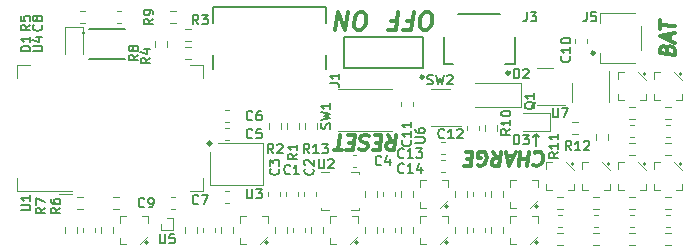
<source format=gto>
%TF.GenerationSoftware,KiCad,Pcbnew,(5.1.10-1-10_14)*%
%TF.CreationDate,2022-01-16T17:40:32-08:00*%
%TF.ProjectId,umbelt-board,756d6265-6c74-42d6-926f-6172642e6b69,1.0.1*%
%TF.SameCoordinates,Original*%
%TF.FileFunction,Legend,Top*%
%TF.FilePolarity,Positive*%
%FSLAX46Y46*%
G04 Gerber Fmt 4.6, Leading zero omitted, Abs format (unit mm)*
G04 Created by KiCad (PCBNEW (5.1.10-1-10_14)) date 2022-01-16 17:40:32*
%MOMM*%
%LPD*%
G01*
G04 APERTURE LIST*
%ADD10C,0.304800*%
%ADD11C,0.203200*%
%ADD12C,0.300000*%
%ADD13C,0.200000*%
%ADD14C,0.120000*%
%ADD15C,0.127000*%
%ADD16C,0.100000*%
%ADD17C,0.152400*%
G04 APERTURE END LIST*
D10*
X182030914Y-110171865D02*
X182088971Y-110004950D01*
X182147028Y-109954150D01*
X182263142Y-109910607D01*
X182437314Y-109932379D01*
X182553428Y-110004950D01*
X182611485Y-110070265D01*
X182669542Y-110193636D01*
X182669542Y-110658093D01*
X181450342Y-110505693D01*
X181450342Y-110099293D01*
X181508400Y-109990436D01*
X181566457Y-109939636D01*
X181682571Y-109896093D01*
X181798685Y-109910607D01*
X181914800Y-109983179D01*
X181972857Y-110048493D01*
X182030914Y-110171865D01*
X182030914Y-110578265D01*
X182321200Y-109453407D02*
X182321200Y-108872836D01*
X182669542Y-109613065D02*
X181450342Y-109054265D01*
X182669542Y-108800265D01*
X181450342Y-108415636D02*
X181450342Y-107718950D01*
X182669542Y-108219693D02*
X181450342Y-108067293D01*
D11*
X170942000Y-117348000D02*
X171196000Y-117602000D01*
X170942000Y-117348000D02*
X170688000Y-117602000D01*
X170942000Y-118364000D02*
X170942000Y-117348000D01*
D10*
X170819807Y-118944571D02*
X170885122Y-118886514D01*
X171066550Y-118828457D01*
X171182665Y-118828457D01*
X171349579Y-118886514D01*
X171451179Y-119002628D01*
X171494722Y-119118742D01*
X171523750Y-119350971D01*
X171501979Y-119525142D01*
X171414893Y-119757371D01*
X171342322Y-119873485D01*
X171211693Y-119989600D01*
X171030265Y-120047657D01*
X170914150Y-120047657D01*
X170747236Y-119989600D01*
X170696436Y-119931542D01*
X170311807Y-118828457D02*
X170159407Y-120047657D01*
X170231979Y-119467085D02*
X169535293Y-119467085D01*
X169615122Y-118828457D02*
X169462722Y-120047657D01*
X169049065Y-119176800D02*
X168468493Y-119176800D01*
X169208722Y-118828457D02*
X168649922Y-120047657D01*
X168395922Y-118828457D01*
X167292836Y-118828457D02*
X167626665Y-119409028D01*
X167989522Y-118828457D02*
X167837122Y-120047657D01*
X167372665Y-120047657D01*
X167263807Y-119989600D01*
X167213007Y-119931542D01*
X167169465Y-119815428D01*
X167191236Y-119641257D01*
X167263807Y-119525142D01*
X167329122Y-119467085D01*
X167452493Y-119409028D01*
X167916950Y-119409028D01*
X165986550Y-119989600D02*
X166095407Y-120047657D01*
X166269579Y-120047657D01*
X166451007Y-119989600D01*
X166581636Y-119873485D01*
X166654207Y-119757371D01*
X166741293Y-119525142D01*
X166763065Y-119350971D01*
X166734036Y-119118742D01*
X166690493Y-119002628D01*
X166588893Y-118886514D01*
X166421979Y-118828457D01*
X166305865Y-118828457D01*
X166124436Y-118886514D01*
X166059122Y-118944571D01*
X166008322Y-119350971D01*
X166240550Y-119350971D01*
X165471293Y-119467085D02*
X165064893Y-119467085D01*
X164970550Y-118828457D02*
X165551122Y-118828457D01*
X165398722Y-120047657D01*
X164818150Y-120047657D01*
X158366550Y-117431457D02*
X158700379Y-118012028D01*
X159063236Y-117431457D02*
X158910836Y-118650657D01*
X158446379Y-118650657D01*
X158337522Y-118592600D01*
X158286722Y-118534542D01*
X158243179Y-118418428D01*
X158264950Y-118244257D01*
X158337522Y-118128142D01*
X158402836Y-118070085D01*
X158526207Y-118012028D01*
X158990665Y-118012028D01*
X157764207Y-118070085D02*
X157357807Y-118070085D01*
X157263465Y-117431457D02*
X157844036Y-117431457D01*
X157691636Y-118650657D01*
X157111065Y-118650657D01*
X156791750Y-117489514D02*
X156624836Y-117431457D01*
X156334550Y-117431457D01*
X156211179Y-117489514D01*
X156145865Y-117547571D01*
X156073293Y-117663685D01*
X156058779Y-117779800D01*
X156102322Y-117895914D01*
X156153122Y-117953971D01*
X156261979Y-118012028D01*
X156486950Y-118070085D01*
X156595807Y-118128142D01*
X156646607Y-118186200D01*
X156690150Y-118302314D01*
X156675636Y-118418428D01*
X156603065Y-118534542D01*
X156537750Y-118592600D01*
X156414379Y-118650657D01*
X156124093Y-118650657D01*
X155957179Y-118592600D01*
X155499979Y-118070085D02*
X155093579Y-118070085D01*
X154999236Y-117431457D02*
X155579807Y-117431457D01*
X155427407Y-118650657D01*
X154846836Y-118650657D01*
X154498493Y-118650657D02*
X153801807Y-118650657D01*
X154302550Y-117431457D02*
X154150150Y-118650657D01*
D12*
X156091142Y-108517428D02*
X155805428Y-108517428D01*
X155671500Y-108446000D01*
X155546500Y-108303142D01*
X155510785Y-108017428D01*
X155573285Y-107517428D01*
X155680428Y-107231714D01*
X155841142Y-107088857D01*
X155992928Y-107017428D01*
X156278642Y-107017428D01*
X156412571Y-107088857D01*
X156537571Y-107231714D01*
X156573285Y-107517428D01*
X156510785Y-108017428D01*
X156403642Y-108303142D01*
X156242928Y-108446000D01*
X156091142Y-108517428D01*
X154992928Y-107017428D02*
X154805428Y-108517428D01*
X154135785Y-107017428D01*
X153948285Y-108517428D01*
X161671142Y-108517428D02*
X161385428Y-108517428D01*
X161251500Y-108446000D01*
X161126500Y-108303142D01*
X161090785Y-108017428D01*
X161153285Y-107517428D01*
X161260428Y-107231714D01*
X161421142Y-107088857D01*
X161572928Y-107017428D01*
X161858642Y-107017428D01*
X161992571Y-107088857D01*
X162117571Y-107231714D01*
X162153285Y-107517428D01*
X162090785Y-108017428D01*
X161983642Y-108303142D01*
X161822928Y-108446000D01*
X161671142Y-108517428D01*
X159974714Y-107803142D02*
X160474714Y-107803142D01*
X160572928Y-107017428D02*
X160385428Y-108517428D01*
X159671142Y-108517428D01*
X158689000Y-107803142D02*
X159189000Y-107803142D01*
X159287214Y-107017428D02*
X159099714Y-108517428D01*
X158385428Y-108517428D01*
D13*
%TO.C,U15*%
X177172000Y-119854000D02*
G75*
G03*
X177172000Y-119854000I-100000J0D01*
G01*
D14*
X177192000Y-120396000D02*
X176530000Y-119734000D01*
X174852000Y-119734000D02*
X175377000Y-119734000D01*
X174852000Y-120259000D02*
X174852000Y-119734000D01*
X177192000Y-122074000D02*
X176667000Y-122074000D01*
X177192000Y-121549000D02*
X177192000Y-122074000D01*
X174852000Y-122074000D02*
X175377000Y-122074000D01*
X174852000Y-121549000D02*
X174852000Y-122074000D01*
X177192000Y-122074000D02*
X176667000Y-122074000D01*
X177192000Y-121549000D02*
X177192000Y-122074000D01*
X177192000Y-122074000D02*
X176667000Y-122074000D01*
X177192000Y-121549000D02*
X177192000Y-122074000D01*
%TO.C,C1*%
X150751000Y-122287420D02*
X150751000Y-122568580D01*
X149731000Y-122287420D02*
X149731000Y-122568580D01*
%TO.C,C2*%
X151255000Y-122568580D02*
X151255000Y-122287420D01*
X152275000Y-122568580D02*
X152275000Y-122287420D01*
%TO.C,C3*%
X149227000Y-122287420D02*
X149227000Y-122568580D01*
X148207000Y-122287420D02*
X148207000Y-122568580D01*
%TO.C,C4*%
X155434420Y-119124000D02*
X155715580Y-119124000D01*
X155434420Y-120144000D02*
X155715580Y-120144000D01*
%TO.C,C5*%
X144639420Y-116838000D02*
X144920580Y-116838000D01*
X144639420Y-117858000D02*
X144920580Y-117858000D01*
%TO.C,C6*%
X144639420Y-115314000D02*
X144920580Y-115314000D01*
X144639420Y-116334000D02*
X144920580Y-116334000D01*
%TO.C,C7*%
X144639420Y-122172000D02*
X144920580Y-122172000D01*
X144639420Y-123192000D02*
X144920580Y-123192000D01*
%TO.C,C8*%
X135776580Y-107952000D02*
X135495420Y-107952000D01*
X135776580Y-106932000D02*
X135495420Y-106932000D01*
%TO.C,C9*%
X140067420Y-122680000D02*
X140348580Y-122680000D01*
X140067420Y-123700000D02*
X140348580Y-123700000D01*
%TO.C,C10*%
X175262000Y-109333420D02*
X175262000Y-109614580D01*
X174242000Y-109333420D02*
X174242000Y-109614580D01*
%TO.C,C11*%
X159510000Y-114948580D02*
X159510000Y-114667420D01*
X160530000Y-114948580D02*
X160530000Y-114667420D01*
%TO.C,C12*%
X166118000Y-116699420D02*
X166118000Y-116980580D01*
X165098000Y-116699420D02*
X165098000Y-116980580D01*
%TO.C,C13*%
X163208580Y-119001000D02*
X162927420Y-119001000D01*
X163208580Y-117981000D02*
X162927420Y-117981000D01*
%TO.C,C14*%
X163208580Y-120525000D02*
X162927420Y-120525000D01*
X163208580Y-119505000D02*
X162927420Y-119505000D01*
%TO.C,C15*%
X142746000Y-125616580D02*
X142746000Y-125335420D01*
X143766000Y-125616580D02*
X143766000Y-125335420D01*
%TO.C,C16*%
X150366000Y-125616580D02*
X150366000Y-125335420D01*
X151386000Y-125616580D02*
X151386000Y-125335420D01*
%TO.C,C17*%
X157986000Y-125616580D02*
X157986000Y-125335420D01*
X159006000Y-125616580D02*
X159006000Y-125335420D01*
%TO.C,C18*%
X157986000Y-122568580D02*
X157986000Y-122287420D01*
X159006000Y-122568580D02*
X159006000Y-122287420D01*
%TO.C,C19*%
X165606000Y-125616580D02*
X165606000Y-125335420D01*
X166626000Y-125616580D02*
X166626000Y-125335420D01*
%TO.C,C20*%
X165606000Y-122568580D02*
X165606000Y-122287420D01*
X166626000Y-122568580D02*
X166626000Y-122287420D01*
%TO.C,C21*%
X173114580Y-125224000D02*
X172833420Y-125224000D01*
X173114580Y-124204000D02*
X172833420Y-124204000D01*
%TO.C,C22*%
X176162580Y-125224000D02*
X175881420Y-125224000D01*
X176162580Y-124204000D02*
X175881420Y-124204000D01*
%TO.C,C23*%
X179210580Y-125224000D02*
X178929420Y-125224000D01*
X179210580Y-124204000D02*
X178929420Y-124204000D01*
%TO.C,C24*%
X182258580Y-125224000D02*
X181977420Y-125224000D01*
X182258580Y-124204000D02*
X181977420Y-124204000D01*
%TO.C,C25*%
X179210580Y-117604000D02*
X178929420Y-117604000D01*
X179210580Y-116584000D02*
X178929420Y-116584000D01*
%TO.C,C26*%
X182258580Y-117604000D02*
X181977420Y-117604000D01*
X182258580Y-116584000D02*
X181977420Y-116584000D01*
%TO.C,C27*%
X132586000Y-125616580D02*
X132586000Y-125335420D01*
X133606000Y-125616580D02*
X133606000Y-125335420D01*
%TO.C,D1*%
X132561000Y-110528000D02*
X132561000Y-108243000D01*
X132561000Y-108243000D02*
X131091000Y-108243000D01*
X131091000Y-108243000D02*
X131091000Y-110528000D01*
%TO.C,D2*%
X169636000Y-115046000D02*
X169636000Y-113046000D01*
X169636000Y-113046000D02*
X165736000Y-113046000D01*
X169636000Y-115046000D02*
X165736000Y-115046000D01*
%TO.C,D3*%
X169862500Y-117067000D02*
X172147500Y-117067000D01*
X172147500Y-117067000D02*
X172147500Y-115597000D01*
X172147500Y-115597000D02*
X169862500Y-115597000D01*
D13*
%TO.C,J1*%
X143546000Y-111870000D02*
X143546000Y-110620000D01*
X153126000Y-111870000D02*
X153126000Y-110620000D01*
X143546000Y-106620000D02*
X143546000Y-107900000D01*
X153126000Y-106620000D02*
X143546000Y-106620000D01*
X153126000Y-107900000D02*
X153126000Y-106620000D01*
D12*
%TO.C,J3*%
X168666000Y-112145000D02*
G75*
G03*
X168666000Y-112145000I-100000J0D01*
G01*
D15*
X168316000Y-111435000D02*
X169116000Y-111435000D01*
X169116000Y-111435000D02*
X169116000Y-109160000D01*
X163916000Y-111435000D02*
X163116000Y-111435000D01*
X163116000Y-111435000D02*
X163116000Y-109160000D01*
X167916000Y-107185000D02*
X164316000Y-107185000D01*
D12*
%TO.C,J5*%
X175868000Y-110490000D02*
G75*
G03*
X175868000Y-110490000I-100000J0D01*
G01*
D16*
X179832000Y-108204000D02*
X179832000Y-110236000D01*
X176383000Y-107120000D02*
X179324000Y-107120000D01*
X176383000Y-111320000D02*
X179324000Y-111320000D01*
X176383000Y-110490000D02*
X176383000Y-111320000D01*
X176383000Y-107120000D02*
X176383000Y-107950000D01*
D14*
%TO.C,Q1*%
X171704000Y-111724000D02*
X171054000Y-111724000D01*
X171704000Y-111724000D02*
X172354000Y-111724000D01*
X171704000Y-114844000D02*
X171054000Y-114844000D01*
X171704000Y-114844000D02*
X173379000Y-114844000D01*
%TO.C,R1*%
X150890500Y-116411742D02*
X150890500Y-116886258D01*
X149845500Y-116411742D02*
X149845500Y-116886258D01*
%TO.C,R2*%
X149366500Y-116411742D02*
X149366500Y-116886258D01*
X148321500Y-116411742D02*
X148321500Y-116886258D01*
%TO.C,R3*%
X141715258Y-109488500D02*
X141240742Y-109488500D01*
X141715258Y-108443500D02*
X141240742Y-108443500D01*
%TO.C,R4*%
X141715258Y-111012500D02*
X141240742Y-111012500D01*
X141715258Y-109967500D02*
X141240742Y-109967500D01*
%TO.C,R5*%
X132287742Y-106919500D02*
X132762258Y-106919500D01*
X132287742Y-107964500D02*
X132762258Y-107964500D01*
%TO.C,R6*%
X135619258Y-123712500D02*
X135144742Y-123712500D01*
X135619258Y-122667500D02*
X135144742Y-122667500D01*
%TO.C,R7*%
X132571258Y-123712500D02*
X132096742Y-123712500D01*
X132571258Y-122667500D02*
X132096742Y-122667500D01*
%TO.C,R8*%
X139714500Y-109490742D02*
X139714500Y-109965258D01*
X138669500Y-109490742D02*
X138669500Y-109965258D01*
%TO.C,R9*%
X139970742Y-106919500D02*
X140445258Y-106919500D01*
X139970742Y-107964500D02*
X140445258Y-107964500D01*
%TO.C,R10*%
X166609500Y-117077258D02*
X166609500Y-116602742D01*
X167654500Y-117077258D02*
X167654500Y-116602742D01*
%TO.C,R11*%
X174006742Y-116317500D02*
X174481258Y-116317500D01*
X174006742Y-117362500D02*
X174481258Y-117362500D01*
%TO.C,R12*%
X177052500Y-117364742D02*
X177052500Y-117839258D01*
X176007500Y-117364742D02*
X176007500Y-117839258D01*
%TO.C,R13*%
X152414500Y-116411742D02*
X152414500Y-116886258D01*
X151369500Y-116411742D02*
X151369500Y-116886258D01*
%TO.C,R14*%
X141209500Y-125713258D02*
X141209500Y-125238742D01*
X142254500Y-125713258D02*
X142254500Y-125238742D01*
%TO.C,R15*%
X145302500Y-125238742D02*
X145302500Y-125713258D01*
X144257500Y-125238742D02*
X144257500Y-125713258D01*
%TO.C,R16*%
X148829500Y-125713258D02*
X148829500Y-125238742D01*
X149874500Y-125713258D02*
X149874500Y-125238742D01*
%TO.C,R17*%
X152922500Y-125238742D02*
X152922500Y-125713258D01*
X151877500Y-125238742D02*
X151877500Y-125713258D01*
%TO.C,R18*%
X156449500Y-125713258D02*
X156449500Y-125238742D01*
X157494500Y-125713258D02*
X157494500Y-125238742D01*
%TO.C,R19*%
X160542500Y-125238742D02*
X160542500Y-125713258D01*
X159497500Y-125238742D02*
X159497500Y-125713258D01*
%TO.C,R20*%
X156449500Y-122665258D02*
X156449500Y-122190742D01*
X157494500Y-122665258D02*
X157494500Y-122190742D01*
%TO.C,R21*%
X160542500Y-122190742D02*
X160542500Y-122665258D01*
X159497500Y-122190742D02*
X159497500Y-122665258D01*
%TO.C,R22*%
X164069500Y-125713258D02*
X164069500Y-125238742D01*
X165114500Y-125713258D02*
X165114500Y-125238742D01*
%TO.C,R23*%
X168162500Y-125238742D02*
X168162500Y-125713258D01*
X167117500Y-125238742D02*
X167117500Y-125713258D01*
%TO.C,R24*%
X164069500Y-122665258D02*
X164069500Y-122190742D01*
X165114500Y-122665258D02*
X165114500Y-122190742D01*
%TO.C,R25*%
X168162500Y-122190742D02*
X168162500Y-122665258D01*
X167117500Y-122190742D02*
X167117500Y-122665258D01*
%TO.C,R26*%
X172736742Y-125715500D02*
X173211258Y-125715500D01*
X172736742Y-126760500D02*
X173211258Y-126760500D01*
%TO.C,R27*%
X172736742Y-122667500D02*
X173211258Y-122667500D01*
X172736742Y-123712500D02*
X173211258Y-123712500D01*
%TO.C,R28*%
X176259258Y-126760500D02*
X175784742Y-126760500D01*
X176259258Y-125715500D02*
X175784742Y-125715500D01*
%TO.C,R29*%
X175784742Y-122667500D02*
X176259258Y-122667500D01*
X175784742Y-123712500D02*
X176259258Y-123712500D01*
%TO.C,R30*%
X179307258Y-126760500D02*
X178832742Y-126760500D01*
X179307258Y-125715500D02*
X178832742Y-125715500D01*
%TO.C,R31*%
X178832742Y-122667500D02*
X179307258Y-122667500D01*
X178832742Y-123712500D02*
X179307258Y-123712500D01*
%TO.C,R32*%
X182355258Y-126760500D02*
X181880742Y-126760500D01*
X182355258Y-125715500D02*
X181880742Y-125715500D01*
%TO.C,R33*%
X181880742Y-122667500D02*
X182355258Y-122667500D01*
X181880742Y-123712500D02*
X182355258Y-123712500D01*
%TO.C,R34*%
X179307258Y-119140500D02*
X178832742Y-119140500D01*
X179307258Y-118095500D02*
X178832742Y-118095500D01*
%TO.C,R35*%
X178832742Y-115047500D02*
X179307258Y-115047500D01*
X178832742Y-116092500D02*
X179307258Y-116092500D01*
%TO.C,R36*%
X181880742Y-118095500D02*
X182355258Y-118095500D01*
X181880742Y-119140500D02*
X182355258Y-119140500D01*
%TO.C,R37*%
X181880742Y-115047500D02*
X182355258Y-115047500D01*
X181880742Y-116092500D02*
X182355258Y-116092500D01*
%TO.C,R38*%
X132094500Y-125238742D02*
X132094500Y-125713258D01*
X131049500Y-125238742D02*
X131049500Y-125713258D01*
%TO.C,R39*%
X135142500Y-125238742D02*
X135142500Y-125713258D01*
X134097500Y-125238742D02*
X134097500Y-125713258D01*
%TO.C,SW1*%
X154178000Y-117094000D02*
X158750000Y-117094000D01*
X154178000Y-113538000D02*
X158750000Y-113538000D01*
D12*
%TO.C,SW2*%
X161390000Y-112522000D02*
G75*
G03*
X161390000Y-112522000I-100000J0D01*
G01*
D15*
X154638000Y-109140000D02*
X161338000Y-109140000D01*
X154638000Y-109140000D02*
X154638000Y-111740000D01*
X154638000Y-111740000D02*
X161338000Y-111740000D01*
X161338000Y-111740000D02*
X161338000Y-109140000D01*
D14*
%TO.C,U1*%
X127024000Y-121090000D02*
X127024000Y-122190000D01*
X127024000Y-122190000D02*
X131674000Y-122190000D01*
X130574000Y-122440000D02*
X131674000Y-122440000D01*
X127024000Y-112590000D02*
X127024000Y-111490000D01*
X127024000Y-111490000D02*
X128124000Y-111490000D01*
X141624000Y-122190000D02*
X142724000Y-122190000D01*
X142724000Y-122190000D02*
X142724000Y-121090000D01*
X141624000Y-111490000D02*
X142724000Y-111490000D01*
X142724000Y-111490000D02*
X142724000Y-112590000D01*
%TO.C,U2*%
X153370000Y-120564000D02*
X152695000Y-120564000D01*
X155915000Y-123784000D02*
X155915000Y-123609000D01*
X155240000Y-123784000D02*
X155915000Y-123784000D01*
X152695000Y-123784000D02*
X152695000Y-123609000D01*
X153370000Y-123784000D02*
X152695000Y-123784000D01*
X155915000Y-120564000D02*
X155915000Y-120739000D01*
X155240000Y-120564000D02*
X155915000Y-120564000D01*
D12*
%TO.C,U3*%
X143392000Y-118138000D02*
G75*
G03*
X143392000Y-118138000I-100000J0D01*
G01*
D14*
X147792000Y-118138000D02*
X144042000Y-118138000D01*
X147792000Y-121638000D02*
X147792000Y-118138000D01*
X143292000Y-121638000D02*
X147792000Y-121638000D01*
X143292000Y-118888000D02*
X143292000Y-121638000D01*
D13*
%TO.C,U4*%
X132720000Y-108778000D02*
G75*
G03*
X132720000Y-108778000I-100000J0D01*
G01*
D15*
X133120000Y-108483000D02*
X136120000Y-108483000D01*
X133120000Y-110973000D02*
X136120000Y-110973000D01*
D14*
%TO.C,U5*%
X140240000Y-125508000D02*
X140240000Y-124428000D01*
X139160000Y-125508000D02*
X140240000Y-125508000D01*
X139160000Y-124968000D02*
X139160000Y-125508000D01*
X140240000Y-124428000D02*
X139700000Y-124428000D01*
%TO.C,U6*%
X162814000Y-113502000D02*
X162014000Y-113502000D01*
X162814000Y-113502000D02*
X163614000Y-113502000D01*
X162814000Y-116622000D02*
X162014000Y-116622000D01*
X162814000Y-116622000D02*
X164614000Y-116622000D01*
%TO.C,U7*%
X173954000Y-113792000D02*
X173954000Y-114592000D01*
X173954000Y-113792000D02*
X173954000Y-112992000D01*
X177074000Y-113792000D02*
X177074000Y-114592000D01*
X177074000Y-113792000D02*
X177074000Y-111992000D01*
D13*
%TO.C,U8*%
X148216000Y-126526000D02*
G75*
G03*
X148216000Y-126526000I-100000J0D01*
G01*
D14*
X147574000Y-126646000D02*
X148236000Y-125984000D01*
X148236000Y-124306000D02*
X148236000Y-124831000D01*
X147711000Y-124306000D02*
X148236000Y-124306000D01*
X145896000Y-126646000D02*
X145896000Y-126121000D01*
X146421000Y-126646000D02*
X145896000Y-126646000D01*
X145896000Y-124306000D02*
X145896000Y-124831000D01*
X146421000Y-124306000D02*
X145896000Y-124306000D01*
X145896000Y-126646000D02*
X145896000Y-126121000D01*
X146421000Y-126646000D02*
X145896000Y-126646000D01*
X145896000Y-126646000D02*
X145896000Y-126121000D01*
X146421000Y-126646000D02*
X145896000Y-126646000D01*
D13*
%TO.C,U9*%
X155836000Y-126526000D02*
G75*
G03*
X155836000Y-126526000I-100000J0D01*
G01*
D14*
X155194000Y-126646000D02*
X155856000Y-125984000D01*
X155856000Y-124306000D02*
X155856000Y-124831000D01*
X155331000Y-124306000D02*
X155856000Y-124306000D01*
X153516000Y-126646000D02*
X153516000Y-126121000D01*
X154041000Y-126646000D02*
X153516000Y-126646000D01*
X153516000Y-124306000D02*
X153516000Y-124831000D01*
X154041000Y-124306000D02*
X153516000Y-124306000D01*
X153516000Y-126646000D02*
X153516000Y-126121000D01*
X154041000Y-126646000D02*
X153516000Y-126646000D01*
X153516000Y-126646000D02*
X153516000Y-126121000D01*
X154041000Y-126646000D02*
X153516000Y-126646000D01*
D13*
%TO.C,U10*%
X163456000Y-126526000D02*
G75*
G03*
X163456000Y-126526000I-100000J0D01*
G01*
D14*
X162814000Y-126646000D02*
X163476000Y-125984000D01*
X163476000Y-124306000D02*
X163476000Y-124831000D01*
X162951000Y-124306000D02*
X163476000Y-124306000D01*
X161136000Y-126646000D02*
X161136000Y-126121000D01*
X161661000Y-126646000D02*
X161136000Y-126646000D01*
X161136000Y-124306000D02*
X161136000Y-124831000D01*
X161661000Y-124306000D02*
X161136000Y-124306000D01*
X161136000Y-126646000D02*
X161136000Y-126121000D01*
X161661000Y-126646000D02*
X161136000Y-126646000D01*
X161136000Y-126646000D02*
X161136000Y-126121000D01*
X161661000Y-126646000D02*
X161136000Y-126646000D01*
D13*
%TO.C,U11*%
X163456000Y-123478000D02*
G75*
G03*
X163456000Y-123478000I-100000J0D01*
G01*
D14*
X162814000Y-123598000D02*
X163476000Y-122936000D01*
X163476000Y-121258000D02*
X163476000Y-121783000D01*
X162951000Y-121258000D02*
X163476000Y-121258000D01*
X161136000Y-123598000D02*
X161136000Y-123073000D01*
X161661000Y-123598000D02*
X161136000Y-123598000D01*
X161136000Y-121258000D02*
X161136000Y-121783000D01*
X161661000Y-121258000D02*
X161136000Y-121258000D01*
X161136000Y-123598000D02*
X161136000Y-123073000D01*
X161661000Y-123598000D02*
X161136000Y-123598000D01*
X161136000Y-123598000D02*
X161136000Y-123073000D01*
X161661000Y-123598000D02*
X161136000Y-123598000D01*
D13*
%TO.C,U12*%
X171076000Y-126526000D02*
G75*
G03*
X171076000Y-126526000I-100000J0D01*
G01*
D14*
X170434000Y-126646000D02*
X171096000Y-125984000D01*
X171096000Y-124306000D02*
X171096000Y-124831000D01*
X170571000Y-124306000D02*
X171096000Y-124306000D01*
X168756000Y-126646000D02*
X168756000Y-126121000D01*
X169281000Y-126646000D02*
X168756000Y-126646000D01*
X168756000Y-124306000D02*
X168756000Y-124831000D01*
X169281000Y-124306000D02*
X168756000Y-124306000D01*
X168756000Y-126646000D02*
X168756000Y-126121000D01*
X169281000Y-126646000D02*
X168756000Y-126646000D01*
X168756000Y-126646000D02*
X168756000Y-126121000D01*
X169281000Y-126646000D02*
X168756000Y-126646000D01*
D13*
%TO.C,U13*%
X171076000Y-123478000D02*
G75*
G03*
X171076000Y-123478000I-100000J0D01*
G01*
D14*
X170434000Y-123598000D02*
X171096000Y-122936000D01*
X171096000Y-121258000D02*
X171096000Y-121783000D01*
X170571000Y-121258000D02*
X171096000Y-121258000D01*
X168756000Y-123598000D02*
X168756000Y-123073000D01*
X169281000Y-123598000D02*
X168756000Y-123598000D01*
X168756000Y-121258000D02*
X168756000Y-121783000D01*
X169281000Y-121258000D02*
X168756000Y-121258000D01*
X168756000Y-123598000D02*
X168756000Y-123073000D01*
X169281000Y-123598000D02*
X168756000Y-123598000D01*
X168756000Y-123598000D02*
X168756000Y-123073000D01*
X169281000Y-123598000D02*
X168756000Y-123598000D01*
D13*
%TO.C,U14*%
X174124000Y-119854000D02*
G75*
G03*
X174124000Y-119854000I-100000J0D01*
G01*
D14*
X174144000Y-120396000D02*
X173482000Y-119734000D01*
X171804000Y-119734000D02*
X172329000Y-119734000D01*
X171804000Y-120259000D02*
X171804000Y-119734000D01*
X174144000Y-122074000D02*
X173619000Y-122074000D01*
X174144000Y-121549000D02*
X174144000Y-122074000D01*
X171804000Y-122074000D02*
X172329000Y-122074000D01*
X171804000Y-121549000D02*
X171804000Y-122074000D01*
X174144000Y-122074000D02*
X173619000Y-122074000D01*
X174144000Y-121549000D02*
X174144000Y-122074000D01*
X174144000Y-122074000D02*
X173619000Y-122074000D01*
X174144000Y-121549000D02*
X174144000Y-122074000D01*
D13*
%TO.C,U16*%
X180220000Y-119854000D02*
G75*
G03*
X180220000Y-119854000I-100000J0D01*
G01*
D14*
X180240000Y-120396000D02*
X179578000Y-119734000D01*
X177900000Y-119734000D02*
X178425000Y-119734000D01*
X177900000Y-120259000D02*
X177900000Y-119734000D01*
X180240000Y-122074000D02*
X179715000Y-122074000D01*
X180240000Y-121549000D02*
X180240000Y-122074000D01*
X177900000Y-122074000D02*
X178425000Y-122074000D01*
X177900000Y-121549000D02*
X177900000Y-122074000D01*
X180240000Y-122074000D02*
X179715000Y-122074000D01*
X180240000Y-121549000D02*
X180240000Y-122074000D01*
X180240000Y-122074000D02*
X179715000Y-122074000D01*
X180240000Y-121549000D02*
X180240000Y-122074000D01*
D13*
%TO.C,U17*%
X183268000Y-119854000D02*
G75*
G03*
X183268000Y-119854000I-100000J0D01*
G01*
D14*
X183288000Y-120396000D02*
X182626000Y-119734000D01*
X180948000Y-119734000D02*
X181473000Y-119734000D01*
X180948000Y-120259000D02*
X180948000Y-119734000D01*
X183288000Y-122074000D02*
X182763000Y-122074000D01*
X183288000Y-121549000D02*
X183288000Y-122074000D01*
X180948000Y-122074000D02*
X181473000Y-122074000D01*
X180948000Y-121549000D02*
X180948000Y-122074000D01*
X183288000Y-122074000D02*
X182763000Y-122074000D01*
X183288000Y-121549000D02*
X183288000Y-122074000D01*
X183288000Y-122074000D02*
X182763000Y-122074000D01*
X183288000Y-121549000D02*
X183288000Y-122074000D01*
D13*
%TO.C,U18*%
X180220000Y-112234000D02*
G75*
G03*
X180220000Y-112234000I-100000J0D01*
G01*
D14*
X180240000Y-112776000D02*
X179578000Y-112114000D01*
X177900000Y-112114000D02*
X178425000Y-112114000D01*
X177900000Y-112639000D02*
X177900000Y-112114000D01*
X180240000Y-114454000D02*
X179715000Y-114454000D01*
X180240000Y-113929000D02*
X180240000Y-114454000D01*
X177900000Y-114454000D02*
X178425000Y-114454000D01*
X177900000Y-113929000D02*
X177900000Y-114454000D01*
X180240000Y-114454000D02*
X179715000Y-114454000D01*
X180240000Y-113929000D02*
X180240000Y-114454000D01*
X180240000Y-114454000D02*
X179715000Y-114454000D01*
X180240000Y-113929000D02*
X180240000Y-114454000D01*
D13*
%TO.C,U19*%
X183268000Y-112234000D02*
G75*
G03*
X183268000Y-112234000I-100000J0D01*
G01*
D14*
X183288000Y-112776000D02*
X182626000Y-112114000D01*
X180948000Y-112114000D02*
X181473000Y-112114000D01*
X180948000Y-112639000D02*
X180948000Y-112114000D01*
X183288000Y-114454000D02*
X182763000Y-114454000D01*
X183288000Y-113929000D02*
X183288000Y-114454000D01*
X180948000Y-114454000D02*
X181473000Y-114454000D01*
X180948000Y-113929000D02*
X180948000Y-114454000D01*
X183288000Y-114454000D02*
X182763000Y-114454000D01*
X183288000Y-113929000D02*
X183288000Y-114454000D01*
X183288000Y-114454000D02*
X182763000Y-114454000D01*
X183288000Y-113929000D02*
X183288000Y-114454000D01*
D13*
%TO.C,U20*%
X138056000Y-126526000D02*
G75*
G03*
X138056000Y-126526000I-100000J0D01*
G01*
D14*
X137414000Y-126646000D02*
X138076000Y-125984000D01*
X138076000Y-124306000D02*
X138076000Y-124831000D01*
X137551000Y-124306000D02*
X138076000Y-124306000D01*
X135736000Y-126646000D02*
X135736000Y-126121000D01*
X136261000Y-126646000D02*
X135736000Y-126646000D01*
X135736000Y-124306000D02*
X135736000Y-124831000D01*
X136261000Y-124306000D02*
X135736000Y-124306000D01*
X135736000Y-126646000D02*
X135736000Y-126121000D01*
X136261000Y-126646000D02*
X135736000Y-126646000D01*
X135736000Y-126646000D02*
X135736000Y-126121000D01*
X136261000Y-126646000D02*
X135736000Y-126646000D01*
%TO.C,C1*%
D17*
X150105533Y-120686285D02*
X150066828Y-120724990D01*
X149950714Y-120763695D01*
X149873304Y-120763695D01*
X149757190Y-120724990D01*
X149679780Y-120647580D01*
X149641076Y-120570171D01*
X149602371Y-120415352D01*
X149602371Y-120299238D01*
X149641076Y-120144419D01*
X149679780Y-120067009D01*
X149757190Y-119989600D01*
X149873304Y-119950895D01*
X149950714Y-119950895D01*
X150066828Y-119989600D01*
X150105533Y-120028304D01*
X150879628Y-120763695D02*
X150415171Y-120763695D01*
X150647400Y-120763695D02*
X150647400Y-119950895D01*
X150569990Y-120067009D01*
X150492580Y-120144419D01*
X150415171Y-120183123D01*
%TO.C,C2*%
X152055285Y-120277466D02*
X152093990Y-120316171D01*
X152132695Y-120432285D01*
X152132695Y-120509695D01*
X152093990Y-120625809D01*
X152016580Y-120703219D01*
X151939171Y-120741923D01*
X151784352Y-120780628D01*
X151668238Y-120780628D01*
X151513419Y-120741923D01*
X151436009Y-120703219D01*
X151358600Y-120625809D01*
X151319895Y-120509695D01*
X151319895Y-120432285D01*
X151358600Y-120316171D01*
X151397304Y-120277466D01*
X151397304Y-119967828D02*
X151358600Y-119929123D01*
X151319895Y-119851714D01*
X151319895Y-119658190D01*
X151358600Y-119580780D01*
X151397304Y-119542076D01*
X151474714Y-119503371D01*
X151552123Y-119503371D01*
X151668238Y-119542076D01*
X152132695Y-120006533D01*
X152132695Y-119503371D01*
%TO.C,C3*%
X149134285Y-120277466D02*
X149172990Y-120316171D01*
X149211695Y-120432285D01*
X149211695Y-120509695D01*
X149172990Y-120625809D01*
X149095580Y-120703219D01*
X149018171Y-120741923D01*
X148863352Y-120780628D01*
X148747238Y-120780628D01*
X148592419Y-120741923D01*
X148515009Y-120703219D01*
X148437600Y-120625809D01*
X148398895Y-120509695D01*
X148398895Y-120432285D01*
X148437600Y-120316171D01*
X148476304Y-120277466D01*
X148398895Y-120006533D02*
X148398895Y-119503371D01*
X148708533Y-119774304D01*
X148708533Y-119658190D01*
X148747238Y-119580780D01*
X148785942Y-119542076D01*
X148863352Y-119503371D01*
X149056876Y-119503371D01*
X149134285Y-119542076D01*
X149172990Y-119580780D01*
X149211695Y-119658190D01*
X149211695Y-119890419D01*
X149172990Y-119967828D01*
X149134285Y-120006533D01*
%TO.C,C4*%
X157852533Y-119924285D02*
X157813828Y-119962990D01*
X157697714Y-120001695D01*
X157620304Y-120001695D01*
X157504190Y-119962990D01*
X157426780Y-119885580D01*
X157388076Y-119808171D01*
X157349371Y-119653352D01*
X157349371Y-119537238D01*
X157388076Y-119382419D01*
X157426780Y-119305009D01*
X157504190Y-119227600D01*
X157620304Y-119188895D01*
X157697714Y-119188895D01*
X157813828Y-119227600D01*
X157852533Y-119266304D01*
X158549219Y-119459828D02*
X158549219Y-120001695D01*
X158355695Y-119150190D02*
X158162171Y-119730761D01*
X158665333Y-119730761D01*
%TO.C,C5*%
X146930533Y-117638285D02*
X146891828Y-117676990D01*
X146775714Y-117715695D01*
X146698304Y-117715695D01*
X146582190Y-117676990D01*
X146504780Y-117599580D01*
X146466076Y-117522171D01*
X146427371Y-117367352D01*
X146427371Y-117251238D01*
X146466076Y-117096419D01*
X146504780Y-117019009D01*
X146582190Y-116941600D01*
X146698304Y-116902895D01*
X146775714Y-116902895D01*
X146891828Y-116941600D01*
X146930533Y-116980304D01*
X147665923Y-116902895D02*
X147278876Y-116902895D01*
X147240171Y-117289942D01*
X147278876Y-117251238D01*
X147356285Y-117212533D01*
X147549809Y-117212533D01*
X147627219Y-117251238D01*
X147665923Y-117289942D01*
X147704628Y-117367352D01*
X147704628Y-117560876D01*
X147665923Y-117638285D01*
X147627219Y-117676990D01*
X147549809Y-117715695D01*
X147356285Y-117715695D01*
X147278876Y-117676990D01*
X147240171Y-117638285D01*
%TO.C,C6*%
X146930533Y-116114285D02*
X146891828Y-116152990D01*
X146775714Y-116191695D01*
X146698304Y-116191695D01*
X146582190Y-116152990D01*
X146504780Y-116075580D01*
X146466076Y-115998171D01*
X146427371Y-115843352D01*
X146427371Y-115727238D01*
X146466076Y-115572419D01*
X146504780Y-115495009D01*
X146582190Y-115417600D01*
X146698304Y-115378895D01*
X146775714Y-115378895D01*
X146891828Y-115417600D01*
X146930533Y-115456304D01*
X147627219Y-115378895D02*
X147472400Y-115378895D01*
X147394990Y-115417600D01*
X147356285Y-115456304D01*
X147278876Y-115572419D01*
X147240171Y-115727238D01*
X147240171Y-116036876D01*
X147278876Y-116114285D01*
X147317580Y-116152990D01*
X147394990Y-116191695D01*
X147549809Y-116191695D01*
X147627219Y-116152990D01*
X147665923Y-116114285D01*
X147704628Y-116036876D01*
X147704628Y-115843352D01*
X147665923Y-115765942D01*
X147627219Y-115727238D01*
X147549809Y-115688533D01*
X147394990Y-115688533D01*
X147317580Y-115727238D01*
X147278876Y-115765942D01*
X147240171Y-115843352D01*
%TO.C,C7*%
X142358533Y-123226285D02*
X142319828Y-123264990D01*
X142203714Y-123303695D01*
X142126304Y-123303695D01*
X142010190Y-123264990D01*
X141932780Y-123187580D01*
X141894076Y-123110171D01*
X141855371Y-122955352D01*
X141855371Y-122839238D01*
X141894076Y-122684419D01*
X141932780Y-122607009D01*
X142010190Y-122529600D01*
X142126304Y-122490895D01*
X142203714Y-122490895D01*
X142319828Y-122529600D01*
X142358533Y-122568304D01*
X142629466Y-122490895D02*
X143171333Y-122490895D01*
X142822990Y-123303695D01*
%TO.C,C8*%
X129068285Y-108085466D02*
X129106990Y-108124171D01*
X129145695Y-108240285D01*
X129145695Y-108317695D01*
X129106990Y-108433809D01*
X129029580Y-108511219D01*
X128952171Y-108549923D01*
X128797352Y-108588628D01*
X128681238Y-108588628D01*
X128526419Y-108549923D01*
X128449009Y-108511219D01*
X128371600Y-108433809D01*
X128332895Y-108317695D01*
X128332895Y-108240285D01*
X128371600Y-108124171D01*
X128410304Y-108085466D01*
X128681238Y-107621009D02*
X128642533Y-107698419D01*
X128603828Y-107737123D01*
X128526419Y-107775828D01*
X128487714Y-107775828D01*
X128410304Y-107737123D01*
X128371600Y-107698419D01*
X128332895Y-107621009D01*
X128332895Y-107466190D01*
X128371600Y-107388780D01*
X128410304Y-107350076D01*
X128487714Y-107311371D01*
X128526419Y-107311371D01*
X128603828Y-107350076D01*
X128642533Y-107388780D01*
X128681238Y-107466190D01*
X128681238Y-107621009D01*
X128719942Y-107698419D01*
X128758647Y-107737123D01*
X128836057Y-107775828D01*
X128990876Y-107775828D01*
X129068285Y-107737123D01*
X129106990Y-107698419D01*
X129145695Y-107621009D01*
X129145695Y-107466190D01*
X129106990Y-107388780D01*
X129068285Y-107350076D01*
X128990876Y-107311371D01*
X128836057Y-107311371D01*
X128758647Y-107350076D01*
X128719942Y-107388780D01*
X128681238Y-107466190D01*
%TO.C,C9*%
X137786533Y-123480285D02*
X137747828Y-123518990D01*
X137631714Y-123557695D01*
X137554304Y-123557695D01*
X137438190Y-123518990D01*
X137360780Y-123441580D01*
X137322076Y-123364171D01*
X137283371Y-123209352D01*
X137283371Y-123093238D01*
X137322076Y-122938419D01*
X137360780Y-122861009D01*
X137438190Y-122783600D01*
X137554304Y-122744895D01*
X137631714Y-122744895D01*
X137747828Y-122783600D01*
X137786533Y-122822304D01*
X138173580Y-123557695D02*
X138328400Y-123557695D01*
X138405809Y-123518990D01*
X138444514Y-123480285D01*
X138521923Y-123364171D01*
X138560628Y-123209352D01*
X138560628Y-122899714D01*
X138521923Y-122822304D01*
X138483219Y-122783600D01*
X138405809Y-122744895D01*
X138250990Y-122744895D01*
X138173580Y-122783600D01*
X138134876Y-122822304D01*
X138096171Y-122899714D01*
X138096171Y-123093238D01*
X138134876Y-123170647D01*
X138173580Y-123209352D01*
X138250990Y-123248057D01*
X138405809Y-123248057D01*
X138483219Y-123209352D01*
X138521923Y-123170647D01*
X138560628Y-123093238D01*
%TO.C,C10*%
X173772285Y-110758514D02*
X173810990Y-110797219D01*
X173849695Y-110913333D01*
X173849695Y-110990742D01*
X173810990Y-111106857D01*
X173733580Y-111184266D01*
X173656171Y-111222971D01*
X173501352Y-111261676D01*
X173385238Y-111261676D01*
X173230419Y-111222971D01*
X173153009Y-111184266D01*
X173075600Y-111106857D01*
X173036895Y-110990742D01*
X173036895Y-110913333D01*
X173075600Y-110797219D01*
X173114304Y-110758514D01*
X173849695Y-109984419D02*
X173849695Y-110448876D01*
X173849695Y-110216647D02*
X173036895Y-110216647D01*
X173153009Y-110294057D01*
X173230419Y-110371466D01*
X173269123Y-110448876D01*
X173036895Y-109481257D02*
X173036895Y-109403847D01*
X173075600Y-109326438D01*
X173114304Y-109287733D01*
X173191714Y-109249028D01*
X173346533Y-109210323D01*
X173540057Y-109210323D01*
X173694876Y-109249028D01*
X173772285Y-109287733D01*
X173810990Y-109326438D01*
X173849695Y-109403847D01*
X173849695Y-109481257D01*
X173810990Y-109558666D01*
X173772285Y-109597371D01*
X173694876Y-109636076D01*
X173540057Y-109674780D01*
X173346533Y-109674780D01*
X173191714Y-109636076D01*
X173114304Y-109597371D01*
X173075600Y-109558666D01*
X173036895Y-109481257D01*
%TO.C,C11*%
X160310285Y-117870514D02*
X160348990Y-117909219D01*
X160387695Y-118025333D01*
X160387695Y-118102742D01*
X160348990Y-118218857D01*
X160271580Y-118296266D01*
X160194171Y-118334971D01*
X160039352Y-118373676D01*
X159923238Y-118373676D01*
X159768419Y-118334971D01*
X159691009Y-118296266D01*
X159613600Y-118218857D01*
X159574895Y-118102742D01*
X159574895Y-118025333D01*
X159613600Y-117909219D01*
X159652304Y-117870514D01*
X160387695Y-117096419D02*
X160387695Y-117560876D01*
X160387695Y-117328647D02*
X159574895Y-117328647D01*
X159691009Y-117406057D01*
X159768419Y-117483466D01*
X159807123Y-117560876D01*
X160387695Y-116322323D02*
X160387695Y-116786780D01*
X160387695Y-116554552D02*
X159574895Y-116554552D01*
X159691009Y-116631961D01*
X159768419Y-116709371D01*
X159807123Y-116786780D01*
%TO.C,C12*%
X163180485Y-117638285D02*
X163141780Y-117676990D01*
X163025666Y-117715695D01*
X162948257Y-117715695D01*
X162832142Y-117676990D01*
X162754733Y-117599580D01*
X162716028Y-117522171D01*
X162677323Y-117367352D01*
X162677323Y-117251238D01*
X162716028Y-117096419D01*
X162754733Y-117019009D01*
X162832142Y-116941600D01*
X162948257Y-116902895D01*
X163025666Y-116902895D01*
X163141780Y-116941600D01*
X163180485Y-116980304D01*
X163954580Y-117715695D02*
X163490123Y-117715695D01*
X163722352Y-117715695D02*
X163722352Y-116902895D01*
X163644942Y-117019009D01*
X163567533Y-117096419D01*
X163490123Y-117135123D01*
X164264219Y-116980304D02*
X164302923Y-116941600D01*
X164380333Y-116902895D01*
X164573857Y-116902895D01*
X164651266Y-116941600D01*
X164689971Y-116980304D01*
X164728676Y-117057714D01*
X164728676Y-117135123D01*
X164689971Y-117251238D01*
X164225514Y-117715695D01*
X164728676Y-117715695D01*
%TO.C,C13*%
X159751485Y-119289285D02*
X159712780Y-119327990D01*
X159596666Y-119366695D01*
X159519257Y-119366695D01*
X159403142Y-119327990D01*
X159325733Y-119250580D01*
X159287028Y-119173171D01*
X159248323Y-119018352D01*
X159248323Y-118902238D01*
X159287028Y-118747419D01*
X159325733Y-118670009D01*
X159403142Y-118592600D01*
X159519257Y-118553895D01*
X159596666Y-118553895D01*
X159712780Y-118592600D01*
X159751485Y-118631304D01*
X160525580Y-119366695D02*
X160061123Y-119366695D01*
X160293352Y-119366695D02*
X160293352Y-118553895D01*
X160215942Y-118670009D01*
X160138533Y-118747419D01*
X160061123Y-118786123D01*
X160796514Y-118553895D02*
X161299676Y-118553895D01*
X161028742Y-118863533D01*
X161144857Y-118863533D01*
X161222266Y-118902238D01*
X161260971Y-118940942D01*
X161299676Y-119018352D01*
X161299676Y-119211876D01*
X161260971Y-119289285D01*
X161222266Y-119327990D01*
X161144857Y-119366695D01*
X160912628Y-119366695D01*
X160835219Y-119327990D01*
X160796514Y-119289285D01*
%TO.C,C14*%
X159751485Y-120559285D02*
X159712780Y-120597990D01*
X159596666Y-120636695D01*
X159519257Y-120636695D01*
X159403142Y-120597990D01*
X159325733Y-120520580D01*
X159287028Y-120443171D01*
X159248323Y-120288352D01*
X159248323Y-120172238D01*
X159287028Y-120017419D01*
X159325733Y-119940009D01*
X159403142Y-119862600D01*
X159519257Y-119823895D01*
X159596666Y-119823895D01*
X159712780Y-119862600D01*
X159751485Y-119901304D01*
X160525580Y-120636695D02*
X160061123Y-120636695D01*
X160293352Y-120636695D02*
X160293352Y-119823895D01*
X160215942Y-119940009D01*
X160138533Y-120017419D01*
X160061123Y-120056123D01*
X161222266Y-120094828D02*
X161222266Y-120636695D01*
X161028742Y-119785190D02*
X160835219Y-120365761D01*
X161338380Y-120365761D01*
%TO.C,D1*%
X128129695Y-110327923D02*
X127316895Y-110327923D01*
X127316895Y-110134400D01*
X127355600Y-110018285D01*
X127433009Y-109940876D01*
X127510419Y-109902171D01*
X127665238Y-109863466D01*
X127781352Y-109863466D01*
X127936171Y-109902171D01*
X128013580Y-109940876D01*
X128090990Y-110018285D01*
X128129695Y-110134400D01*
X128129695Y-110327923D01*
X128129695Y-109089371D02*
X128129695Y-109553828D01*
X128129695Y-109321600D02*
X127316895Y-109321600D01*
X127433009Y-109399009D01*
X127510419Y-109476419D01*
X127549123Y-109553828D01*
%TO.C,D2*%
X169072076Y-112635695D02*
X169072076Y-111822895D01*
X169265600Y-111822895D01*
X169381714Y-111861600D01*
X169459123Y-111939009D01*
X169497828Y-112016419D01*
X169536533Y-112171238D01*
X169536533Y-112287352D01*
X169497828Y-112442171D01*
X169459123Y-112519580D01*
X169381714Y-112596990D01*
X169265600Y-112635695D01*
X169072076Y-112635695D01*
X169846171Y-111900304D02*
X169884876Y-111861600D01*
X169962285Y-111822895D01*
X170155809Y-111822895D01*
X170233219Y-111861600D01*
X170271923Y-111900304D01*
X170310628Y-111977714D01*
X170310628Y-112055123D01*
X170271923Y-112171238D01*
X169807466Y-112635695D01*
X170310628Y-112635695D01*
%TO.C,D3*%
X169072076Y-118223695D02*
X169072076Y-117410895D01*
X169265600Y-117410895D01*
X169381714Y-117449600D01*
X169459123Y-117527009D01*
X169497828Y-117604419D01*
X169536533Y-117759238D01*
X169536533Y-117875352D01*
X169497828Y-118030171D01*
X169459123Y-118107580D01*
X169381714Y-118184990D01*
X169265600Y-118223695D01*
X169072076Y-118223695D01*
X169807466Y-117410895D02*
X170310628Y-117410895D01*
X170039695Y-117720533D01*
X170155809Y-117720533D01*
X170233219Y-117759238D01*
X170271923Y-117797942D01*
X170310628Y-117875352D01*
X170310628Y-118068876D01*
X170271923Y-118146285D01*
X170233219Y-118184990D01*
X170155809Y-118223695D01*
X169923580Y-118223695D01*
X169846171Y-118184990D01*
X169807466Y-118146285D01*
%TO.C,J1*%
X153478895Y-113046933D02*
X154059466Y-113046933D01*
X154175580Y-113085638D01*
X154252990Y-113163047D01*
X154291695Y-113279161D01*
X154291695Y-113356571D01*
X154291695Y-112234133D02*
X154291695Y-112698590D01*
X154291695Y-112466361D02*
X153478895Y-112466361D01*
X153595009Y-112543771D01*
X153672419Y-112621180D01*
X153711123Y-112698590D01*
%TO.C,J3*%
X170163066Y-106996895D02*
X170163066Y-107577466D01*
X170124361Y-107693580D01*
X170046952Y-107770990D01*
X169930838Y-107809695D01*
X169853428Y-107809695D01*
X170472704Y-106996895D02*
X170975866Y-106996895D01*
X170704933Y-107306533D01*
X170821047Y-107306533D01*
X170898457Y-107345238D01*
X170937161Y-107383942D01*
X170975866Y-107461352D01*
X170975866Y-107654876D01*
X170937161Y-107732285D01*
X170898457Y-107770990D01*
X170821047Y-107809695D01*
X170588819Y-107809695D01*
X170511409Y-107770990D01*
X170472704Y-107732285D01*
%TO.C,J5*%
X175243066Y-106996895D02*
X175243066Y-107577466D01*
X175204361Y-107693580D01*
X175126952Y-107770990D01*
X175010838Y-107809695D01*
X174933428Y-107809695D01*
X176017161Y-106996895D02*
X175630114Y-106996895D01*
X175591409Y-107383942D01*
X175630114Y-107345238D01*
X175707523Y-107306533D01*
X175901047Y-107306533D01*
X175978457Y-107345238D01*
X176017161Y-107383942D01*
X176055866Y-107461352D01*
X176055866Y-107654876D01*
X176017161Y-107732285D01*
X175978457Y-107770990D01*
X175901047Y-107809695D01*
X175707523Y-107809695D01*
X175630114Y-107770990D01*
X175591409Y-107732285D01*
%TO.C,Q1*%
X170879104Y-114631409D02*
X170840400Y-114708819D01*
X170762990Y-114786228D01*
X170646876Y-114902342D01*
X170608171Y-114979752D01*
X170608171Y-115057161D01*
X170801695Y-115018457D02*
X170762990Y-115095866D01*
X170685580Y-115173276D01*
X170530761Y-115211980D01*
X170259828Y-115211980D01*
X170105009Y-115173276D01*
X170027600Y-115095866D01*
X169988895Y-115018457D01*
X169988895Y-114863638D01*
X170027600Y-114786228D01*
X170105009Y-114708819D01*
X170259828Y-114670114D01*
X170530761Y-114670114D01*
X170685580Y-114708819D01*
X170762990Y-114786228D01*
X170801695Y-114863638D01*
X170801695Y-115018457D01*
X170801695Y-113896019D02*
X170801695Y-114360476D01*
X170801695Y-114128247D02*
X169988895Y-114128247D01*
X170105009Y-114205657D01*
X170182419Y-114283066D01*
X170221123Y-114360476D01*
%TO.C,R1*%
X150735695Y-119007466D02*
X150348647Y-119278400D01*
X150735695Y-119471923D02*
X149922895Y-119471923D01*
X149922895Y-119162285D01*
X149961600Y-119084876D01*
X150000304Y-119046171D01*
X150077714Y-119007466D01*
X150193828Y-119007466D01*
X150271238Y-119046171D01*
X150309942Y-119084876D01*
X150348647Y-119162285D01*
X150348647Y-119471923D01*
X150735695Y-118233371D02*
X150735695Y-118697828D01*
X150735695Y-118465600D02*
X149922895Y-118465600D01*
X150039009Y-118543009D01*
X150116419Y-118620419D01*
X150155123Y-118697828D01*
%TO.C,R2*%
X148708533Y-118985695D02*
X148437600Y-118598647D01*
X148244076Y-118985695D02*
X148244076Y-118172895D01*
X148553714Y-118172895D01*
X148631123Y-118211600D01*
X148669828Y-118250304D01*
X148708533Y-118327714D01*
X148708533Y-118443828D01*
X148669828Y-118521238D01*
X148631123Y-118559942D01*
X148553714Y-118598647D01*
X148244076Y-118598647D01*
X149018171Y-118250304D02*
X149056876Y-118211600D01*
X149134285Y-118172895D01*
X149327809Y-118172895D01*
X149405219Y-118211600D01*
X149443923Y-118250304D01*
X149482628Y-118327714D01*
X149482628Y-118405123D01*
X149443923Y-118521238D01*
X148979466Y-118985695D01*
X149482628Y-118985695D01*
%TO.C,R3*%
X142358533Y-108063695D02*
X142087600Y-107676647D01*
X141894076Y-108063695D02*
X141894076Y-107250895D01*
X142203714Y-107250895D01*
X142281123Y-107289600D01*
X142319828Y-107328304D01*
X142358533Y-107405714D01*
X142358533Y-107521828D01*
X142319828Y-107599238D01*
X142281123Y-107637942D01*
X142203714Y-107676647D01*
X141894076Y-107676647D01*
X142629466Y-107250895D02*
X143132628Y-107250895D01*
X142861695Y-107560533D01*
X142977809Y-107560533D01*
X143055219Y-107599238D01*
X143093923Y-107637942D01*
X143132628Y-107715352D01*
X143132628Y-107908876D01*
X143093923Y-107986285D01*
X143055219Y-108024990D01*
X142977809Y-108063695D01*
X142745580Y-108063695D01*
X142668171Y-108024990D01*
X142629466Y-107986285D01*
%TO.C,R4*%
X138289695Y-110879466D02*
X137902647Y-111150400D01*
X138289695Y-111343923D02*
X137476895Y-111343923D01*
X137476895Y-111034285D01*
X137515600Y-110956876D01*
X137554304Y-110918171D01*
X137631714Y-110879466D01*
X137747828Y-110879466D01*
X137825238Y-110918171D01*
X137863942Y-110956876D01*
X137902647Y-111034285D01*
X137902647Y-111343923D01*
X137747828Y-110182780D02*
X138289695Y-110182780D01*
X137438190Y-110376304D02*
X138018761Y-110569828D01*
X138018761Y-110066666D01*
%TO.C,R5*%
X128129695Y-108085466D02*
X127742647Y-108356400D01*
X128129695Y-108549923D02*
X127316895Y-108549923D01*
X127316895Y-108240285D01*
X127355600Y-108162876D01*
X127394304Y-108124171D01*
X127471714Y-108085466D01*
X127587828Y-108085466D01*
X127665238Y-108124171D01*
X127703942Y-108162876D01*
X127742647Y-108240285D01*
X127742647Y-108549923D01*
X127316895Y-107350076D02*
X127316895Y-107737123D01*
X127703942Y-107775828D01*
X127665238Y-107737123D01*
X127626533Y-107659714D01*
X127626533Y-107466190D01*
X127665238Y-107388780D01*
X127703942Y-107350076D01*
X127781352Y-107311371D01*
X127974876Y-107311371D01*
X128052285Y-107350076D01*
X128090990Y-107388780D01*
X128129695Y-107466190D01*
X128129695Y-107659714D01*
X128090990Y-107737123D01*
X128052285Y-107775828D01*
%TO.C,R6*%
X130669695Y-123579466D02*
X130282647Y-123850400D01*
X130669695Y-124043923D02*
X129856895Y-124043923D01*
X129856895Y-123734285D01*
X129895600Y-123656876D01*
X129934304Y-123618171D01*
X130011714Y-123579466D01*
X130127828Y-123579466D01*
X130205238Y-123618171D01*
X130243942Y-123656876D01*
X130282647Y-123734285D01*
X130282647Y-124043923D01*
X129856895Y-122882780D02*
X129856895Y-123037600D01*
X129895600Y-123115009D01*
X129934304Y-123153714D01*
X130050419Y-123231123D01*
X130205238Y-123269828D01*
X130514876Y-123269828D01*
X130592285Y-123231123D01*
X130630990Y-123192419D01*
X130669695Y-123115009D01*
X130669695Y-122960190D01*
X130630990Y-122882780D01*
X130592285Y-122844076D01*
X130514876Y-122805371D01*
X130321352Y-122805371D01*
X130243942Y-122844076D01*
X130205238Y-122882780D01*
X130166533Y-122960190D01*
X130166533Y-123115009D01*
X130205238Y-123192419D01*
X130243942Y-123231123D01*
X130321352Y-123269828D01*
%TO.C,R7*%
X129399695Y-123579466D02*
X129012647Y-123850400D01*
X129399695Y-124043923D02*
X128586895Y-124043923D01*
X128586895Y-123734285D01*
X128625600Y-123656876D01*
X128664304Y-123618171D01*
X128741714Y-123579466D01*
X128857828Y-123579466D01*
X128935238Y-123618171D01*
X128973942Y-123656876D01*
X129012647Y-123734285D01*
X129012647Y-124043923D01*
X128586895Y-123308533D02*
X128586895Y-122766666D01*
X129399695Y-123115009D01*
%TO.C,R8*%
X137273695Y-110625466D02*
X136886647Y-110896400D01*
X137273695Y-111089923D02*
X136460895Y-111089923D01*
X136460895Y-110780285D01*
X136499600Y-110702876D01*
X136538304Y-110664171D01*
X136615714Y-110625466D01*
X136731828Y-110625466D01*
X136809238Y-110664171D01*
X136847942Y-110702876D01*
X136886647Y-110780285D01*
X136886647Y-111089923D01*
X136809238Y-110161009D02*
X136770533Y-110238419D01*
X136731828Y-110277123D01*
X136654419Y-110315828D01*
X136615714Y-110315828D01*
X136538304Y-110277123D01*
X136499600Y-110238419D01*
X136460895Y-110161009D01*
X136460895Y-110006190D01*
X136499600Y-109928780D01*
X136538304Y-109890076D01*
X136615714Y-109851371D01*
X136654419Y-109851371D01*
X136731828Y-109890076D01*
X136770533Y-109928780D01*
X136809238Y-110006190D01*
X136809238Y-110161009D01*
X136847942Y-110238419D01*
X136886647Y-110277123D01*
X136964057Y-110315828D01*
X137118876Y-110315828D01*
X137196285Y-110277123D01*
X137234990Y-110238419D01*
X137273695Y-110161009D01*
X137273695Y-110006190D01*
X137234990Y-109928780D01*
X137196285Y-109890076D01*
X137118876Y-109851371D01*
X136964057Y-109851371D01*
X136886647Y-109890076D01*
X136847942Y-109928780D01*
X136809238Y-110006190D01*
%TO.C,R9*%
X138543695Y-107577466D02*
X138156647Y-107848400D01*
X138543695Y-108041923D02*
X137730895Y-108041923D01*
X137730895Y-107732285D01*
X137769600Y-107654876D01*
X137808304Y-107616171D01*
X137885714Y-107577466D01*
X138001828Y-107577466D01*
X138079238Y-107616171D01*
X138117942Y-107654876D01*
X138156647Y-107732285D01*
X138156647Y-108041923D01*
X138543695Y-107190419D02*
X138543695Y-107035600D01*
X138504990Y-106958190D01*
X138466285Y-106919485D01*
X138350171Y-106842076D01*
X138195352Y-106803371D01*
X137885714Y-106803371D01*
X137808304Y-106842076D01*
X137769600Y-106880780D01*
X137730895Y-106958190D01*
X137730895Y-107113009D01*
X137769600Y-107190419D01*
X137808304Y-107229123D01*
X137885714Y-107267828D01*
X138079238Y-107267828D01*
X138156647Y-107229123D01*
X138195352Y-107190419D01*
X138234057Y-107113009D01*
X138234057Y-106958190D01*
X138195352Y-106880780D01*
X138156647Y-106842076D01*
X138079238Y-106803371D01*
%TO.C,R10*%
X168769695Y-116917514D02*
X168382647Y-117188447D01*
X168769695Y-117381971D02*
X167956895Y-117381971D01*
X167956895Y-117072333D01*
X167995600Y-116994923D01*
X168034304Y-116956219D01*
X168111714Y-116917514D01*
X168227828Y-116917514D01*
X168305238Y-116956219D01*
X168343942Y-116994923D01*
X168382647Y-117072333D01*
X168382647Y-117381971D01*
X168769695Y-116143419D02*
X168769695Y-116607876D01*
X168769695Y-116375647D02*
X167956895Y-116375647D01*
X168073009Y-116453057D01*
X168150419Y-116530466D01*
X168189123Y-116607876D01*
X167956895Y-115640257D02*
X167956895Y-115562847D01*
X167995600Y-115485438D01*
X168034304Y-115446733D01*
X168111714Y-115408028D01*
X168266533Y-115369323D01*
X168460057Y-115369323D01*
X168614876Y-115408028D01*
X168692285Y-115446733D01*
X168730990Y-115485438D01*
X168769695Y-115562847D01*
X168769695Y-115640257D01*
X168730990Y-115717666D01*
X168692285Y-115756371D01*
X168614876Y-115795076D01*
X168460057Y-115833780D01*
X168266533Y-115833780D01*
X168111714Y-115795076D01*
X168034304Y-115756371D01*
X167995600Y-115717666D01*
X167956895Y-115640257D01*
%TO.C,R11*%
X172833695Y-118886514D02*
X172446647Y-119157447D01*
X172833695Y-119350971D02*
X172020895Y-119350971D01*
X172020895Y-119041333D01*
X172059600Y-118963923D01*
X172098304Y-118925219D01*
X172175714Y-118886514D01*
X172291828Y-118886514D01*
X172369238Y-118925219D01*
X172407942Y-118963923D01*
X172446647Y-119041333D01*
X172446647Y-119350971D01*
X172833695Y-118112419D02*
X172833695Y-118576876D01*
X172833695Y-118344647D02*
X172020895Y-118344647D01*
X172137009Y-118422057D01*
X172214419Y-118499466D01*
X172253123Y-118576876D01*
X172833695Y-117338323D02*
X172833695Y-117802780D01*
X172833695Y-117570552D02*
X172020895Y-117570552D01*
X172137009Y-117647961D01*
X172214419Y-117725371D01*
X172253123Y-117802780D01*
%TO.C,R12*%
X173912485Y-118731695D02*
X173641552Y-118344647D01*
X173448028Y-118731695D02*
X173448028Y-117918895D01*
X173757666Y-117918895D01*
X173835076Y-117957600D01*
X173873780Y-117996304D01*
X173912485Y-118073714D01*
X173912485Y-118189828D01*
X173873780Y-118267238D01*
X173835076Y-118305942D01*
X173757666Y-118344647D01*
X173448028Y-118344647D01*
X174686580Y-118731695D02*
X174222123Y-118731695D01*
X174454352Y-118731695D02*
X174454352Y-117918895D01*
X174376942Y-118035009D01*
X174299533Y-118112419D01*
X174222123Y-118151123D01*
X174996219Y-117996304D02*
X175034923Y-117957600D01*
X175112333Y-117918895D01*
X175305857Y-117918895D01*
X175383266Y-117957600D01*
X175421971Y-117996304D01*
X175460676Y-118073714D01*
X175460676Y-118151123D01*
X175421971Y-118267238D01*
X174957514Y-118731695D01*
X175460676Y-118731695D01*
%TO.C,R13*%
X151750485Y-118985695D02*
X151479552Y-118598647D01*
X151286028Y-118985695D02*
X151286028Y-118172895D01*
X151595666Y-118172895D01*
X151673076Y-118211600D01*
X151711780Y-118250304D01*
X151750485Y-118327714D01*
X151750485Y-118443828D01*
X151711780Y-118521238D01*
X151673076Y-118559942D01*
X151595666Y-118598647D01*
X151286028Y-118598647D01*
X152524580Y-118985695D02*
X152060123Y-118985695D01*
X152292352Y-118985695D02*
X152292352Y-118172895D01*
X152214942Y-118289009D01*
X152137533Y-118366419D01*
X152060123Y-118405123D01*
X152795514Y-118172895D02*
X153298676Y-118172895D01*
X153027742Y-118482533D01*
X153143857Y-118482533D01*
X153221266Y-118521238D01*
X153259971Y-118559942D01*
X153298676Y-118637352D01*
X153298676Y-118830876D01*
X153259971Y-118908285D01*
X153221266Y-118946990D01*
X153143857Y-118985695D01*
X152911628Y-118985695D01*
X152834219Y-118946990D01*
X152795514Y-118908285D01*
%TO.C,SW1*%
X153490990Y-116907733D02*
X153529695Y-116791619D01*
X153529695Y-116598095D01*
X153490990Y-116520685D01*
X153452285Y-116481980D01*
X153374876Y-116443276D01*
X153297466Y-116443276D01*
X153220057Y-116481980D01*
X153181352Y-116520685D01*
X153142647Y-116598095D01*
X153103942Y-116752914D01*
X153065238Y-116830323D01*
X153026533Y-116869028D01*
X152949123Y-116907733D01*
X152871714Y-116907733D01*
X152794304Y-116869028D01*
X152755600Y-116830323D01*
X152716895Y-116752914D01*
X152716895Y-116559390D01*
X152755600Y-116443276D01*
X152716895Y-116172342D02*
X153529695Y-115978819D01*
X152949123Y-115824000D01*
X153529695Y-115669180D01*
X152716895Y-115475657D01*
X153529695Y-114740266D02*
X153529695Y-115204723D01*
X153529695Y-114972495D02*
X152716895Y-114972495D01*
X152833009Y-115049904D01*
X152910419Y-115127314D01*
X152949123Y-115204723D01*
%TO.C,SW2*%
X161730266Y-113104990D02*
X161846380Y-113143695D01*
X162039904Y-113143695D01*
X162117314Y-113104990D01*
X162156019Y-113066285D01*
X162194723Y-112988876D01*
X162194723Y-112911466D01*
X162156019Y-112834057D01*
X162117314Y-112795352D01*
X162039904Y-112756647D01*
X161885085Y-112717942D01*
X161807676Y-112679238D01*
X161768971Y-112640533D01*
X161730266Y-112563123D01*
X161730266Y-112485714D01*
X161768971Y-112408304D01*
X161807676Y-112369600D01*
X161885085Y-112330895D01*
X162078609Y-112330895D01*
X162194723Y-112369600D01*
X162465657Y-112330895D02*
X162659180Y-113143695D01*
X162814000Y-112563123D01*
X162968819Y-113143695D01*
X163162342Y-112330895D01*
X163433276Y-112408304D02*
X163471980Y-112369600D01*
X163549390Y-112330895D01*
X163742914Y-112330895D01*
X163820323Y-112369600D01*
X163859028Y-112408304D01*
X163897733Y-112485714D01*
X163897733Y-112563123D01*
X163859028Y-112679238D01*
X163394571Y-113143695D01*
X163897733Y-113143695D01*
%TO.C,U1*%
X127316895Y-123809276D02*
X127974876Y-123809276D01*
X128052285Y-123770571D01*
X128090990Y-123731866D01*
X128129695Y-123654457D01*
X128129695Y-123499638D01*
X128090990Y-123422228D01*
X128052285Y-123383523D01*
X127974876Y-123344819D01*
X127316895Y-123344819D01*
X128129695Y-122532019D02*
X128129695Y-122996476D01*
X128129695Y-122764247D02*
X127316895Y-122764247D01*
X127433009Y-122841657D01*
X127510419Y-122919066D01*
X127549123Y-122996476D01*
%TO.C,U2*%
X152542723Y-119442895D02*
X152542723Y-120100876D01*
X152581428Y-120178285D01*
X152620133Y-120216990D01*
X152697542Y-120255695D01*
X152852361Y-120255695D01*
X152929771Y-120216990D01*
X152968476Y-120178285D01*
X153007180Y-120100876D01*
X153007180Y-119442895D01*
X153355523Y-119520304D02*
X153394228Y-119481600D01*
X153471638Y-119442895D01*
X153665161Y-119442895D01*
X153742571Y-119481600D01*
X153781276Y-119520304D01*
X153819980Y-119597714D01*
X153819980Y-119675123D01*
X153781276Y-119791238D01*
X153316819Y-120255695D01*
X153819980Y-120255695D01*
%TO.C,U3*%
X146446723Y-121982895D02*
X146446723Y-122640876D01*
X146485428Y-122718285D01*
X146524133Y-122756990D01*
X146601542Y-122795695D01*
X146756361Y-122795695D01*
X146833771Y-122756990D01*
X146872476Y-122718285D01*
X146911180Y-122640876D01*
X146911180Y-121982895D01*
X147220819Y-121982895D02*
X147723980Y-121982895D01*
X147453047Y-122292533D01*
X147569161Y-122292533D01*
X147646571Y-122331238D01*
X147685276Y-122369942D01*
X147723980Y-122447352D01*
X147723980Y-122640876D01*
X147685276Y-122718285D01*
X147646571Y-122756990D01*
X147569161Y-122795695D01*
X147336933Y-122795695D01*
X147259523Y-122756990D01*
X147220819Y-122718285D01*
%TO.C,U4*%
X128332895Y-110347276D02*
X128990876Y-110347276D01*
X129068285Y-110308571D01*
X129106990Y-110269866D01*
X129145695Y-110192457D01*
X129145695Y-110037638D01*
X129106990Y-109960228D01*
X129068285Y-109921523D01*
X128990876Y-109882819D01*
X128332895Y-109882819D01*
X128603828Y-109147428D02*
X129145695Y-109147428D01*
X128294190Y-109340952D02*
X128874761Y-109534476D01*
X128874761Y-109031314D01*
%TO.C,U5*%
X139080723Y-125792895D02*
X139080723Y-126450876D01*
X139119428Y-126528285D01*
X139158133Y-126566990D01*
X139235542Y-126605695D01*
X139390361Y-126605695D01*
X139467771Y-126566990D01*
X139506476Y-126528285D01*
X139545180Y-126450876D01*
X139545180Y-125792895D01*
X140319276Y-125792895D02*
X139932228Y-125792895D01*
X139893523Y-126179942D01*
X139932228Y-126141238D01*
X140009638Y-126102533D01*
X140203161Y-126102533D01*
X140280571Y-126141238D01*
X140319276Y-126179942D01*
X140357980Y-126257352D01*
X140357980Y-126450876D01*
X140319276Y-126528285D01*
X140280571Y-126566990D01*
X140203161Y-126605695D01*
X140009638Y-126605695D01*
X139932228Y-126566990D01*
X139893523Y-126528285D01*
%TO.C,U6*%
X160717895Y-118081276D02*
X161375876Y-118081276D01*
X161453285Y-118042571D01*
X161491990Y-118003866D01*
X161530695Y-117926457D01*
X161530695Y-117771638D01*
X161491990Y-117694228D01*
X161453285Y-117655523D01*
X161375876Y-117616819D01*
X160717895Y-117616819D01*
X160717895Y-116881428D02*
X160717895Y-117036247D01*
X160756600Y-117113657D01*
X160795304Y-117152361D01*
X160911419Y-117229771D01*
X161066238Y-117268476D01*
X161375876Y-117268476D01*
X161453285Y-117229771D01*
X161491990Y-117191066D01*
X161530695Y-117113657D01*
X161530695Y-116958838D01*
X161491990Y-116881428D01*
X161453285Y-116842723D01*
X161375876Y-116804019D01*
X161182352Y-116804019D01*
X161104942Y-116842723D01*
X161066238Y-116881428D01*
X161027533Y-116958838D01*
X161027533Y-117113657D01*
X161066238Y-117191066D01*
X161104942Y-117229771D01*
X161182352Y-117268476D01*
%TO.C,U7*%
X172354723Y-115124895D02*
X172354723Y-115782876D01*
X172393428Y-115860285D01*
X172432133Y-115898990D01*
X172509542Y-115937695D01*
X172664361Y-115937695D01*
X172741771Y-115898990D01*
X172780476Y-115860285D01*
X172819180Y-115782876D01*
X172819180Y-115124895D01*
X173128819Y-115124895D02*
X173670685Y-115124895D01*
X173322342Y-115937695D01*
%TD*%
M02*

</source>
